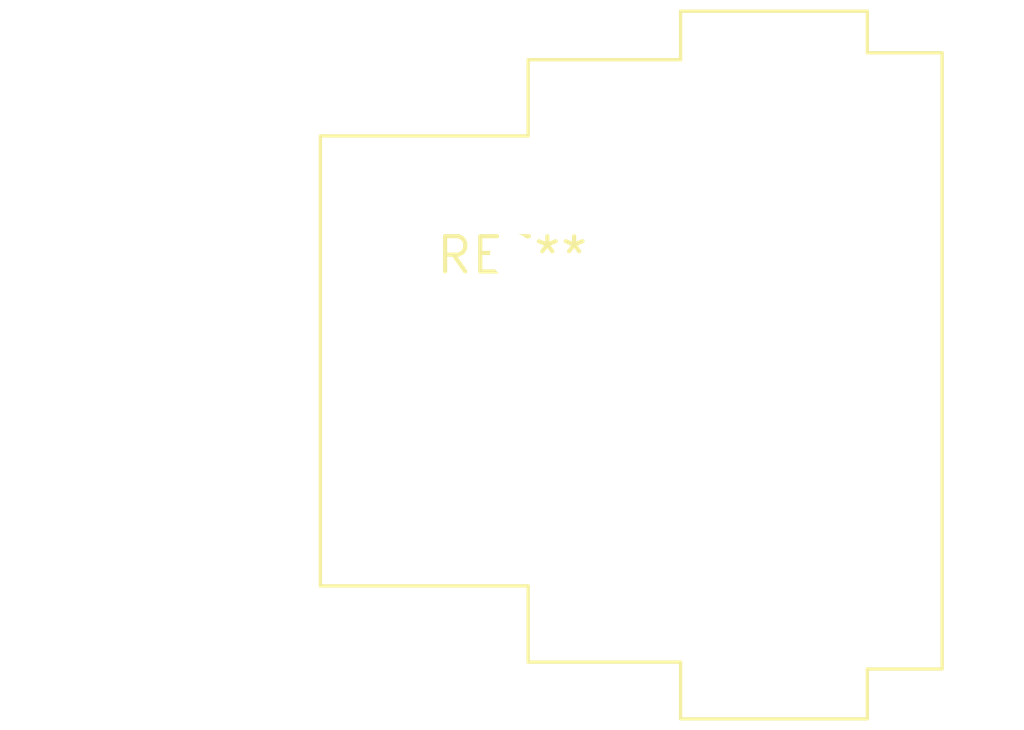
<source format=kicad_pcb>
(kicad_pcb (version 20240108) (generator pcbnew)
  (layers (0 "F.Cu" signal) (31 "B.Cu" signal) (34 "B.Paste" user) (35 "F.Paste" user) (36 "B.SilkS" user "B.Silkscreen") (37 "F.SilkS" user "F.Silkscreen") (38 "B.Mask" user) (39 "F.Mask" user) (44 "Edge.Cuts" user))
  (net 0 "")
  (footprint "Jack_XLR_Neutrik_NC3FBH1_Horizontal" (layer "F.Cu") (at 0 0)
    (property "Reference" "REF**")
    (property "Value" "Jack_XLR_Neutrik_NC3FBH1_Horizontal")
    (fp_line (start -6.92 -4.31) (end -6.92 11.93) (layer "F.SilkS") (stroke (width 0.12)))
    (fp_line (start 0.58 -7.06) (end 0.58 -4.31) (layer "F.SilkS") (stroke (width 0.12)))
    (fp_line (start 0.58 -4.31) (end -6.92 -4.31) (layer "F.SilkS") (stroke (width 0.12)))
    (fp_line (start 0.58 11.93) (end -6.92 11.93) (layer "F.SilkS") (stroke (width 0.12)))
    (fp_line (start 0.58 11.93) (end 0.58 14.68) (layer "F.SilkS") (stroke (width 0.12)))
    (fp_line (start 6.08 -7.06) (end 0.58 -7.06) (layer "F.SilkS") (stroke (width 0.12)))
    (fp_line (start 6.08 -7.06) (end 6.08 -8.81) (layer "F.SilkS") (stroke (width 0.12)))
    (fp_line (start 6.08 14.68) (end 0.58 14.68) (layer "F.SilkS") (stroke (width 0.12)))
    (fp_line (start 6.08 16.73) (end 6.08 14.68) (layer "F.SilkS") (stroke (width 0.12)))
    (fp_line (start 12.82 -8.81) (end 6.08 -8.81) (layer "F.SilkS") (stroke (width 0.12)))
    (fp_line (start 12.82 -8.81) (end 12.82 -7.31) (layer "F.SilkS") (stroke (width 0.12)))
    (fp_line (start 12.82 -7.31) (end 15.52 -7.31) (layer "F.SilkS") (stroke (width 0.12)))
    (fp_line (start 12.82 14.93) (end 12.82 16.73) (layer "F.SilkS") (stroke (width 0.12)))
    (fp_line (start 12.82 14.93) (end 15.52 14.93) (layer "F.SilkS") (stroke (width 0.12)))
    (fp_line (start 12.82 16.73) (end 6.08 16.73) (layer "F.SilkS") (stroke (width 0.12)))
    (fp_line (start 15.52 -7.31) (end 15.52 14.93) (layer "F.SilkS") (stroke (width 0.12)))
    (pad "" np_thru_hole circle (at 3.81 7.62) (size 1.6 1.6) (drill 1.6) (layers *.Cu *.Mask))
    (pad "" np_thru_hole circle (at 8.89 0) (size 1.6 1.6) (drill 1.6) (layers *.Cu *.Mask))
    (pad "1" thru_hole circle (at 0 0) (size 3.4 3.4) (drill 1.6) (layers *.Cu *.Mask) (remove_unused_layers))
    (pad "2" thru_hole circle (at -0.635 7.62) (size 3.4 3.4) (drill 1.6) (layers *.Cu *.Mask) (remove_unused_layers))
    (pad "3" thru_hole circle (at -4.45 3.81) (size 2.9 2.9) (drill 1.2) (layers *.Cu *.Mask) (remove_unused_layers))
  )
)
</source>
